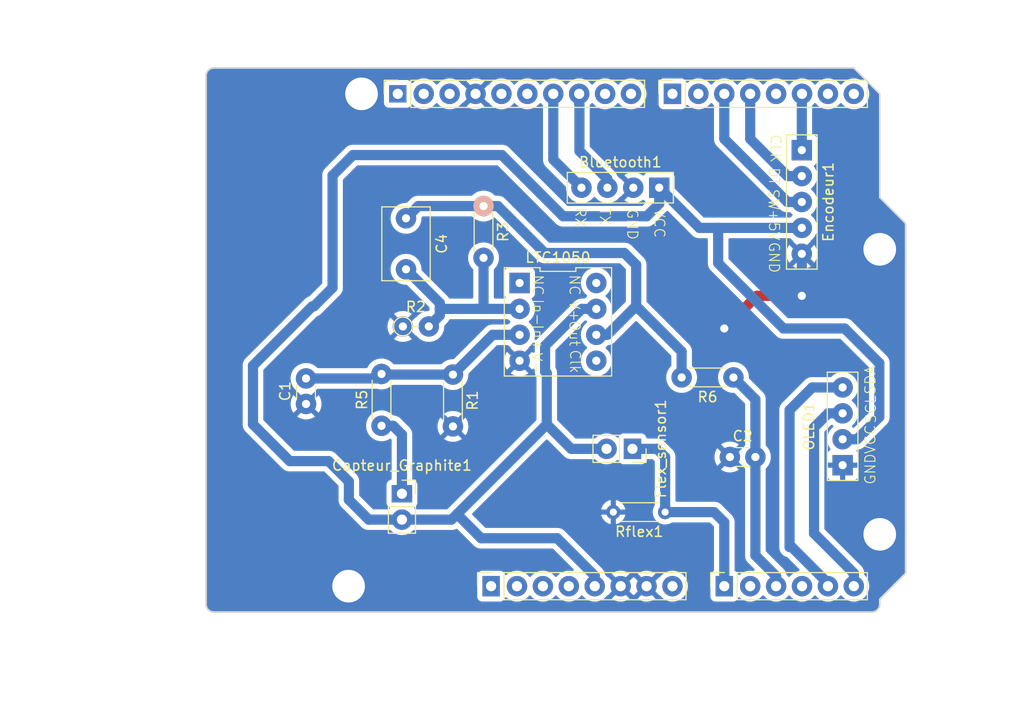
<source format=kicad_pcb>
(kicad_pcb (version 20221018) (generator pcbnew)
  (title_block (date "mar. 31 mars 2015"))
  (layers (0 "F.Cu" signal) (31 "B.Cu" signal) (34 "B.Paste" user) (35 "F.Paste" user) (36 "B.SilkS" user "B.Silkscreen") (37 "F.SilkS" user "F.Silkscreen") (38 "B.Mask" user) (39 "F.Mask" user) (44 "Edge.Cuts" user))
  (net 0 "")
  (net 1 "GND")
  (net 3 "+5V")
  (net 4 "/IOREF")
  (net 5 "/A0")
  (net 6 "/A1")
  (net 7 "/A2")
  (net 8 "/A3")
  (net 9 "/13")
  (net 10 "/12")
  (net 11 "/AREF")
  (net 12 "/8")
  (net 13 "/7")
  (net 14 "/*11")
  (net 15 "/*10")
  (net 16 "/*9")
  (net 17 "/4")
  (net 18 "/2")
  (net 19 "/*6")
  (net 20 "/*5")
  (net 21 "/*3")
  (net 22 "+3V3")
  (net 23 "VCC")
  (net 24 "/~{RESET}")
  (net 25 "/TX{slash}1")
  (net 26 "/RX{slash}0")
  (net 27 "/In+")
  (net 28 "/Out")
  (net 29 "/In-")
  (net 30 "Net-(Capteur_Graphite1-Pad1)")
  (net 31 "/SCL")
  (net 32 "/SDA")
  (net 36 "/A5")
  (net 37 "/A4")
  (footprint "Connector_PinSocket_2.54mm:PinSocket_1x08_P2.54mm_Vertical" (layer "F.Cu") (at 127.94 97.46 90)
    (fp_text reference "J1" hide)
    (fp_text value "Power")
    (fp_line (start -1.33 1.27) (end -1.33 19.11) (stroke (width 0.12)) (layer "F.SilkS"))
    (fp_line (start -1.33 1.27) (end 1.33 1.27) (stroke (width 0.12)) (layer "F.SilkS"))
    (fp_line (start -1.33 19.11) (end 1.33 19.11) (stroke (width 0.12)) (layer "F.SilkS"))
    (fp_line (start 0 -1.33) (end 1.33 -1.33) (stroke (width 0.12)) (layer "F.SilkS"))
    (fp_line (start 1.33 -1.33) (end 1.33 0) (stroke (width 0.12)) (layer "F.SilkS"))
    (fp_line (start 1.33 1.27) (end 1.33 19.11) (stroke (width 0.12)) (layer "F.SilkS"))
    (pad "1" thru_hole rect locked (at 0 0 90) (size 2 1.7) (drill 1) (layers "*.Cu" "*.Mask"))
    (pad "2" thru_hole circle locked (at 0 2.54 90) (size 2 2) (drill 1) (layers "*.Cu" "*.Mask") (net 4 "/IOREF"))
    (pad "3" thru_hole circle locked (at 0 5.08 90) (size 2 2) (drill 1) (layers "*.Cu" "*.Mask") (net 24 "/~{RESET}"))
    (pad "4" thru_hole circle locked (at 0 7.62 90) (size 2 2) (drill 1) (layers "*.Cu" "*.Mask") (net 22 "+3V3"))
    (pad "5" thru_hole circle locked (at 0 10.16 90) (size 2 2) (drill 1) (layers "*.Cu" "*.Mask") (net 3 "+5V"))
    (pad "6" thru_hole circle locked (at 0 12.7 90) (size 2 2) (drill 1) (layers "*.Cu" "*.Mask") (net 1 "GND"))
    (pad "7" thru_hole circle locked (at 0 15.24 90) (size 2 2) (drill 1) (layers "*.Cu" "*.Mask") (net 1 "GND"))
    (pad "8" thru_hole circle locked (at 0 17.78 90) (size 2 2) (drill 1) (layers "*.Cu" "*.Mask") (net 23 "VCC"))
  )
  (footprint "Connector_PinSocket_2.54mm:PinSocket_1x06_P2.54mm_Vertical" (layer "F.Cu") (at 150.8 97.46 90)
    (fp_text reference "J3" hide)
    (fp_text value "Analog")
    (fp_line (start -1.33 1.27) (end -1.33 14.03) (stroke (width 0.12)) (layer "F.SilkS"))
    (fp_line (start -1.33 1.27) (end 1.33 1.27) (stroke (width 0.12)) (layer "F.SilkS"))
    (fp_line (start -1.33 14.03) (end 1.33 14.03) (stroke (width 0.12)) (layer "F.SilkS"))
    (fp_line (start 0 -1.33) (end 1.33 -1.33) (stroke (width 0.12)) (layer "F.SilkS"))
    (fp_line (start 1.33 -1.33) (end 1.33 0) (stroke (width 0.12)) (layer "F.SilkS"))
    (fp_line (start 1.33 1.27) (end 1.33 14.03) (stroke (width 0.12)) (layer "F.SilkS"))
    (pad "1" thru_hole rect locked (at 0 0 90) (size 2 1.7) (drill 1) (layers "*.Cu" "*.Mask") (net 5 "/A0"))
    (pad "2" thru_hole circle locked (at 0 2.54 90) (size 2 2) (drill 1) (layers "*.Cu" "*.Mask") (net 6 "/A1"))
    (pad "3" thru_hole circle locked (at 0 5.08 90) (size 2 2) (drill 1) (layers "*.Cu" "*.Mask") (net 7 "/A2"))
    (pad "4" thru_hole circle locked (at 0 7.62 90) (size 2 2) (drill 1) (layers "*.Cu" "*.Mask") (net 8 "/A3"))
    (pad "5" thru_hole circle locked (at 0 10.16 90) (size 2 2) (drill 1) (layers "*.Cu" "*.Mask") (net 32 "/SDA"))
    (pad "6" thru_hole circle locked (at 0 12.7 90) (size 2 2) (drill 1) (layers "*.Cu" "*.Mask") (net 31 "/SCL"))
  )
  (footprint "Connector_PinSocket_2.54mm:PinSocket_1x10_P2.54mm_Vertical" (layer "F.Cu") (at 118.796 49.2 90)
    (fp_text reference "J2" hide)
    (fp_text value "Digital/PWM")
    (fp_line (start -1.33 1.27) (end -1.33 24.19) (stroke (width 0.12)) (layer "F.SilkS"))
    (fp_line (start -1.33 1.27) (end 1.33 1.27) (stroke (width 0.12)) (layer "F.SilkS"))
    (fp_line (start -1.33 24.19) (end 1.33 24.19) (stroke (width 0.12)) (layer "F.SilkS"))
    (fp_line (start 0 -1.33) (end 1.33 -1.33) (stroke (width 0.12)) (layer "F.SilkS"))
    (fp_line (start 1.33 -1.33) (end 1.33 0) (stroke (width 0.12)) (layer "F.SilkS"))
    (fp_line (start 1.33 1.27) (end 1.33 24.19) (stroke (width 0.12)) (layer "F.SilkS"))
    (pad "1" thru_hole rect locked (at 0 0 90) (size 1.7 1.7) (drill 1) (layers "*.Cu" "*.Mask") (net 36 "/A5"))
    (pad "2" thru_hole circle locked (at 0 2.54 90) (size 2 2) (drill 1) (layers "*.Cu" "*.Mask") (net 37 "/A4"))
    (pad "3" thru_hole circle locked (at 0 5.08 90) (size 2 2) (drill 1) (layers "*.Cu" "*.Mask") (net 11 "/AREF"))
    (pad "4" thru_hole circle locked (at 0 7.62 90) (size 2 2) (drill 1) (layers "*.Cu" "*.Mask") (net 1 "GND"))
    (pad "5" thru_hole circle locked (at 0 10.16 90) (size 2 2) (drill 1) (layers "*.Cu" "*.Mask") (net 9 "/13"))
    (pad "6" thru_hole circle locked (at 0 12.7 90) (size 2 2) (drill 1) (layers "*.Cu" "*.Mask") (net 10 "/12"))
    (pad "7" thru_hole circle locked (at 0 15.24 90) (size 2 2) (drill 1) (layers "*.Cu" "*.Mask") (net 14 "/*11"))
    (pad "8" thru_hole circle locked (at 0 17.78 90) (size 2 2) (drill 1) (layers "*.Cu" "*.Mask") (net 15 "/*10"))
    (pad "9" thru_hole circle locked (at 0 20.32 90) (size 2 2) (drill 1) (layers "*.Cu" "*.Mask") (net 16 "/*9"))
    (pad "10" thru_hole circle locked (at 0 22.86 90) (size 2 2) (drill 1) (layers "*.Cu" "*.Mask") (net 12 "/8"))
  )
  (footprint "Connector_PinSocket_2.54mm:PinSocket_1x08_P2.54mm_Vertical" (layer "F.Cu") (at 145.72 49.2 90)
    (fp_text reference "J4" hide)
    (fp_text value "Digital/PWM")
    (fp_line (start -1.33 1.27) (end -1.33 19.11) (stroke (width 0.12)) (layer "F.SilkS"))
    (fp_line (start -1.33 1.27) (end 1.33 1.27) (stroke (width 0.12)) (layer "F.SilkS"))
    (fp_line (start -1.33 19.11) (end 1.33 19.11) (stroke (width 0.12)) (layer "F.SilkS"))
    (fp_line (start 0 -1.33) (end 1.33 -1.33) (stroke (width 0.12)) (layer "F.SilkS"))
    (fp_line (start 1.33 -1.33) (end 1.33 0) (stroke (width 0.12)) (layer "F.SilkS"))
    (fp_line (start 1.33 1.27) (end 1.33 19.11) (stroke (width 0.12)) (layer "F.SilkS"))
    (pad "1" thru_hole rect locked (at 0 0 90) (size 2 1.7) (drill 1) (layers "*.Cu" "*.Mask") (net 13 "/7"))
    (pad "2" thru_hole circle locked (at 0 2.54 90) (size 2 2) (drill 1) (layers "*.Cu" "*.Mask") (net 19 "/*6"))
    (pad "3" thru_hole circle locked (at 0 5.08 90) (size 2 2) (drill 1) (layers "*.Cu" "*.Mask") (net 20 "/*5"))
    (pad "4" thru_hole circle locked (at 0 7.62 90) (size 2 2) (drill 1) (layers "*.Cu" "*.Mask") (net 17 "/4"))
    (pad "5" thru_hole circle locked (at 0 10.16 90) (size 2 2) (drill 1) (layers "*.Cu" "*.Mask") (net 21 "/*3"))
    (pad "6" thru_hole circle locked (at 0 12.7 90) (size 2 2) (drill 1) (layers "*.Cu" "*.Mask") (net 18 "/2"))
    (pad "7" thru_hole circle locked (at 0 15.24 90) (size 2 2) (drill 1) (layers "*.Cu" "*.Mask") (net 25 "/TX{slash}1"))
    (pad "8" thru_hole circle locked (at 0 17.78 90) (size 2 2) (drill 1) (layers "*.Cu" "*.Mask") (net 26 "/RX{slash}0"))
  )
  (footprint "Resistor_THT:R_Axial_DIN0204_L3.6mm_D1.6mm_P5.08mm_Horizontal" (layer "F.Cu") (at 127.2 60.2 -90)
    (fp_text reference "R3" (at 2.54 -1.92 -90) (layer "F.SilkS"))
    (fp_text value "100k")
    (fp_line (start 0.62 -0.92) (end 4.46 -0.92) (stroke (width 0.12)) (layer "F.SilkS"))
    (fp_line (start 0.62 0.92) (end 4.46 0.92) (stroke (width 0.12)) (layer "F.SilkS"))
    (pad "1" thru_hole circle (at 0 0 270) (size 2 2) (drill 0.8) (layers "*.Cu" "*.Mask" "B.SilkS") (net 28 "/Out"))
    (pad "2" thru_hole circle (at 5.08 0 270) (size 2 2) (drill 0.8) (layers "*.Cu" "*.Mask") (net 29 "/In-"))
  )
  (footprint "Resistor_THT:R_Axial_DIN0204_L3.6mm_D1.6mm_P2.54mm_Vertical" (layer "F.Cu") (at 119.295 72)
    (fp_text reference "R2" (at 1.27 -1.92) (layer "F.SilkS"))
    (fp_text value "1k")
    (fp_line (start 0.92 0) (end 1.54 0) (stroke (width 0.12)) (layer "F.SilkS"))
    (fp_circle (center 0 0) (end 0.92 0) (stroke (width 0.12)) (fill none) (layer "F.SilkS"))
    (pad "1" thru_hole circle (at 0 0) (size 2 2) (drill 0.8) (layers "*.Cu" "*.Mask") (net 1 "GND"))
    (pad "2" thru_hole circle (at 2.54 0) (size 2 2) (drill 0.8) (layers "*.Cu" "*.Mask") (net 29 "/In-"))
  )
  (footprint "Capacitor_THT:C_Disc_D3.0mm_W1.6mm_P2.50mm" (layer "F.Cu") (at 109.8 79.6 90)
    (fp_text reference "C1" (at 1.25 -2.05 90) (layer "F.SilkS"))
    (fp_text value "100n")
    (fp_line (start 0.621 -0.92) (end 1.879 -0.92) (stroke (width 0.12)) (layer "F.SilkS"))
    (fp_line (start 0.621 0.92) (end 1.879 0.92) (stroke (width 0.12)) (layer "F.SilkS"))
    (pad "1" thru_hole circle (at 0 0 90) (size 2 2) (drill 0.8) (layers "*.Cu" "*.Mask") (net 1 "GND"))
    (pad "2" thru_hole circle (at 2.5 0 90) (size 2 2) (drill 0.8) (layers "*.Cu" "*.Mask") (net 27 "/In+"))
  )
  (footprint "Resistor_THT:R_Axial_DIN0204_L3.6mm_D1.6mm_P5.08mm_Horizontal" (layer "F.Cu") (at 145 90.2 180)
    (fp_text reference "Rflex1" (at 2.54 -1.92) (layer "F.SilkS"))
    (fp_text value "47k")
    (fp_line (start 0.62 -0.92) (end 4.46 -0.92) (stroke (width 0.12)) (layer "F.SilkS"))
    (fp_line (start 0.62 0.92) (end 4.46 0.92) (stroke (width 0.12)) (layer "F.SilkS"))
    (pad "1" thru_hole circle (at 0 0 180) (size 1.4 1.4) (drill 0.7) (layers "*.Cu" "*.Mask") (net 5 "/A0"))
    (pad "2" thru_hole oval (at 5.08 0 180) (size 1.4 1.4) (drill 0.7) (layers "*.Cu" "*.Mask") (net 1 "GND"))
  )
  (footprint "Empreinte_Projet_Capteur:LTC1050" (layer "F.Cu") (at 134.494 71.552 -90)
    (fp_text reference "LTC1050" (at -6.31 0) (layer "F.SilkS"))
    (fp_text value "~")
    (fp_text user "Clk" (at 2.65 -1.1 -90 unlocked) (layer "F.SilkS") (effects (font (thickness 0.1)) (justify left bottom)))
    (fp_text user "V-" (at 2.95 2.65 -90 unlocked) (layer "F.SilkS") (effects (font (thickness 0.1)) (justify left bottom)))
    (fp_text user "Out" (at -0.2 -1.05 -90 unlocked) (layer "F.SilkS") (effects (font (thickness 0.1)) (justify left bottom)))
    (fp_text user "In-" (at -2.3 2.55 -90 unlocked) (layer "F.SilkS") (effects (font (thickness 0.1)) (justify left bottom)))
    (fp_text user "V+" (at -2.15 -1.05 -90 unlocked) (layer "F.SilkS") (effects (font (thickness 0.1)) (justify left bottom)))
    (fp_text user "NC" (at -4.7 2.55 -90 unlocked) (layer "F.SilkS") (effects (font (thickness 0.1)) (justify left bottom)))
    (fp_text user "In+" (at 0.2 2.55 -90 unlocked) (layer "F.SilkS") (effects (font (thickness 0.1)) (justify left bottom)))
    (fp_text user "NC" (at -4.7 -1.05 -90 unlocked) (layer "F.SilkS") (effects (font (thickness 0.1)) (justify left bottom)))
    (fp_line (start -5.31 -5.26) (end -5.31 -1.753333) (stroke (width 0.12)) (layer "F.SilkS"))
    (fp_line (start -5.31 -1.753333) (end -4.95 -1.753333) (stroke (width 0.12)) (layer "F.SilkS"))
    (fp_line (start -5.31 1.753333) (end -5.31 5.26) (stroke (width 0.12)) (layer "F.SilkS"))
    (fp_line (start -5.31 5.26) (end 5.31 5.26) (stroke (width 0.12)) (layer "F.SilkS"))
    (fp_line (start -4.95 -1.753333) (end -4.95 1.753333) (stroke (width 0.12)) (layer "F.SilkS"))
    (fp_line (start -4.95 1.753333) (end -5.31 1.753333) (stroke (width 0.12)) (layer "F.SilkS"))
    (fp_line (start 5.31 -5.26) (end -5.31 -5.26) (stroke (width 0.12)) (layer "F.SilkS"))
    (fp_line (start 5.31 5.26) (end 5.31 -5.26) (stroke (width 0.12)) (layer "F.SilkS"))
    (pad "1" thru_hole rect (at -3.81 3.76 270) (size 2 2) (drill 0.8) (layers "*.Cu" "*.Mask"))
    (pad "2" thru_hole circle (at -1.27 3.76 270) (size 2 2) (drill 0.8) (layers "*.Cu" "*.Mask") (net 29 "/In-"))
    (pad "3" thru_hole circle (at 1.27 3.76 270) (size 2 2) (drill 0.8) (layers "*.Cu" "*.Mask") (net 27 "/In+"))
    (pad "4" thru_hole circle (at 3.81 3.76 270) (size 2 2) (drill 0.8) (layers "*.Cu" "*.Mask") (net 1 "GND"))
    (pad "5" thru_hole circle (at 3.81 -3.76 270) (size 2 2) (drill 0.8) (layers "*.Cu" "*.Mask"))
    (pad "6" thru_hole circle (at 1.27 -3.76 270) (size 2 2) (drill 0.8) (layers "*.Cu" "*.Mask") (net 28 "/Out"))
    (pad "7" thru_hole circle (at -1.27 -3.76 270) (size 2 2) (drill 0.8) (layers "*.Cu" "*.Mask") (net 3 "+5V"))
    (pad "8" thru_hole circle (at -3.81 -3.76 270) (size 2 2) (drill 0.8) (layers "*.Cu" "*.Mask"))
  )
  (footprint "Empreinte_Projet_Capteur:Encodeur" (layer "F.Cu") (at 158.4 59.8 -90)
    (fp_text reference "Encodeur1" (at 0 -2.6 90) (layer "F.SilkS"))
    (fp_text value "~")
    (fp_text user "SW" (at -1.35 3.35 -90 unlocked) (layer "F.SilkS") (effects (font (thickness 0.1)) (justify left bottom)))
    (fp_text user "CLK" (at -6.7 3.15 -90 unlocked) (layer "F.SilkS") (effects (font (thickness 0.1)) (justify left bottom)))
    (fp_text user "DT" (at -3.45 3.3 -90 unlocked) (layer "F.SilkS") (effects (font (thickness 0.1)) (justify left bottom)))
    (fp_text user "+5V" (at 0.65 3.3 -90 unlocked) (layer "F.SilkS") (effects (font (thickness 0.1)) (justify left bottom)))
    (fp_text user "GND" (at 3.85 3.3 -90 unlocked) (layer "F.SilkS") (effects (font (thickness 0.1)) (justify left bottom)))
    (fp_line (start -6.58 -1.5) (end 6.58 -1.5) (stroke (width 0.12)) (layer "F.SilkS"))
    (fp_line (start -6.58 1.5) (end -6.58 -1.5) (stroke (width 0.12)) (layer "F.SilkS"))
    (fp_line (start 6.58 -1.5) (end 6.58 1.5) (stroke (width 0.12)) (layer "F.SilkS"))
    (fp_line (start 6.58 1.5) (end -6.58 1.5) (stroke (width 0.12)) (layer "F.SilkS"))
    (pad "1" thru_hole rect (at -5.08 0 270) (size 2 2) (drill 0.8) (layers "*.Cu" "*.Mask") (net 18 "/2"))
    (pad "2" thru_hole circle (at -2.54 0 270) (size 2 2) (drill 0.8) (layers "*.Cu" "*.Mask") (net 17 "/4"))
    (pad "3" thru_hole circle (at 0 0 270) (size 2 2) (drill 0.8) (layers "*.Cu" "*.Mask") (net 20 "/*5"))
    (pad "4" thru_hole circle (at 2.54 0 270) (size 2 2) (drill 0.8) (layers "*.Cu" "*.Mask") (net 3 "+5V"))
    (pad "5" thru_hole circle (at 5.08 0 270) (size 2 2) (drill 0.8) (layers "*.Cu" "*.Mask") (net 1 "GND"))
  )
  (footprint "Arduino_MountingHole:MountingHole_3.2mm" (layer "F.Cu") (at 115.24 49.2)
    (fp_text reference "MH1" hide)
    (fp_text value "MountingHole_3.2mm" hide)
    (pad "" np_thru_hole circle locked (at 0 0) (size 3.2 3.2) (drill 3.2) (layers "*.Cu" "*.Mask"))
  )
  (footprint "Connector_PinSocket_2.54mm:PinSocket_1x02_P2.54mm_Vertical" (layer "F.Cu") (at 141.8 84 -90)
    (fp_text reference "Flex_sensor1" (at 0 -2.77 90) (layer "F.SilkS"))
    (fp_text value "R")
    (fp_line (start -1.33 1.27) (end -1.33 3.87) (stroke (width 0.12)) (layer "F.SilkS"))
    (fp_line (start -1.33 1.27) (end 1.33 1.27) (stroke (width 0.12)) (layer "F.SilkS"))
    (fp_line (start -1.33 3.87) (end 1.33 3.87) (stroke (width 0.12)) (layer "F.SilkS"))
    (fp_line (start 0 -1.33) (end 1.33 -1.33) (stroke (width 0.12)) (layer "F.SilkS"))
    (fp_line (start 1.33 -1.33) (end 1.33 0) (stroke (width 0.12)) (layer "F.SilkS"))
    (fp_line (start 1.33 1.27) (end 1.33 3.87) (stroke (width 0.12)) (layer "F.SilkS"))
    (pad "1" thru_hole rect (at 0 0 270) (size 2 1.7) (drill 1) (layers "*.Cu" "*.Mask") (net 5 "/A0"))
    (pad "2" thru_hole circle (at 0 2.54 270) (size 2 2) (drill 1) (layers "*.Cu" "*.Mask") (net 3 "+5V"))
  )
  (footprint "Empreinte_Projet_Capteur:OLED" (layer "F.Cu") (at 162.4 81.79 90)
    (fp_text reference "OLED1" (at 0 -3.302 90) (layer "F.SilkS"))
    (fp_text value "~")
    (fp_text user "VCC" (at -2.778 3.3 90 unlocked) (layer "F.SilkS") (effects (font (thickness 0.1)) (justify left bottom)))
    (fp_text user "SDA" (at 3.05 3.3 90 unlocked) (layer "F.SilkS") (effects (font (thickness 0.1)) (justify left bottom)))
    (fp_text user "GND" (at -5.778 3.3 90 unlocked) (layer "F.SilkS") (effects (font (thickness 0.1)) (justify left bottom)))
    (fp_text user "SCL" (at 0.2 3.35 90 unlocked) (layer "F.SilkS") (effects (font (thickness 0.1)) (justify left bottom)))
    (fp_line (start -5.31 -1.5) (end 5.31 -1.5) (stroke (width 0.12)) (layer "F.SilkS"))
    (fp_line (start -5.31 1.5) (end -5.31 -1.5) (stroke (width 0.12)) (layer "F.SilkS"))
    (fp_line (start 5.31 -1.5) (end 5.31 1.5) (stroke (width 0.12)) (layer "F.SilkS"))
    (fp_line (start 5.31 1.5) (end -5.31 1.5) (stroke (width 0.12)) (layer "F.SilkS"))
    (pad "1" thru_hole rect (at -3.81 0 90) (size 2 2) (drill 0.8) (layers "*.Cu" "*.Mask") (net 1 "GND"))
    (pad "2" thru_hole circle (at -1.27 0 90) (size 2 2) (drill 0.8) (layers "*.Cu" "*.Mask") (net 3 "+5V"))
    (pad "3" thru_hole circle (at 1.27 0 90) (size 2 2) (drill 0.8) (layers "*.Cu" "*.Mask") (net 31 "/SCL"))
    (pad "4" thru_hole circle (at 3.81 0 90) (size 2 2) (drill 0.8) (layers "*.Cu" "*.Mask") (net 32 "/SDA"))
  )
  (footprint "Resistor_THT:R_Axial_DIN0204_L3.6mm_D1.6mm_P5.08mm_Horizontal" (layer "F.Cu") (at 151.7 77 180)
    (fp_text reference "R6" (at 2.54 -1.92 180) (layer "F.SilkS"))
    (fp_text value "100k")
    (fp_line (start 0.62 -0.92) (end 4.46 -0.92) (stroke (width 0.12)) (layer "F.SilkS"))
    (fp_line (start 0.62 0.92) (end 4.46 0.92) (stroke (width 0.12)) (layer "F.SilkS"))
    (pad "1" thru_hole circle (at 0 0 180) (size 2 2) (drill 0.8) (layers "*.Cu" "*.Mask") (net 7 "/A2"))
    (pad "2" thru_hole circle (at 5.08 0 180) (size 2 2) (drill 0.8) (layers "*.Cu" "*.Mask") (net 28 "/Out"))
  )
  (footprint "Resistor_THT:R_Axial_DIN0204_L3.6mm_D1.6mm_P5.08mm_Horizontal" (layer "F.Cu") (at 124.2 76.72 -90)
    (fp_text reference "R1" (at 2.54 -1.92 -90) (layer "F.SilkS"))
    (fp_text value "100k")
    (fp_line (start 0.62 -0.92) (end 4.46 -0.92) (stroke (width 0.12)) (layer "F.SilkS"))
    (fp_line (start 0.62 0.92) (end 4.46 0.92) (stroke (width 0.12)) (layer "F.SilkS"))
    (pad "1" thru_hole circle (at 0 0 270) (size 2 2) (drill 0.8) (layers "*.Cu" "*.Mask") (net 27 "/In+"))
    (pad "2" thru_hole circle (at 5.08 0 270) (size 2 2) (drill 0.8) (layers "*.Cu" "*.Mask") (net 1 "GND"))
  )
  (footprint "Resistor_THT:R_Axial_DIN0204_L3.6mm_D1.6mm_P5.08mm_Horizontal" (layer "F.Cu") (at 117.2 81.74 90)
    (fp_text reference "R5" (at 2.54 -1.92 90) (layer "F.SilkS"))
    (fp_text value "10k")
    (fp_line (start 0.62 -0.92) (end 4.46 -0.92) (stroke (width 0.12)) (layer "F.SilkS"))
    (fp_line (start 0.62 0.92) (end 4.46 0.92) (stroke (width 0.12)) (layer "F.SilkS"))
    (pad "1" thru_hole circle (at 0 0 90) (size 2 2) (drill 0.8) (layers "*.Cu" "*.Mask") (net 30 "Net-(Capteur_Graphite1-Pad1)"))
    (pad "2" thru_hole circle (at 5.08 0 90) (size 2 2) (drill 0.8) (layers "*.Cu" "*.Mask") (net 27 "/In+"))
  )
  (footprint "Capacitor_THT:C_Rect_L7.0mm_W4.5mm_P5.00mm" (layer "F.Cu") (at 119.6 61.4 -90)
    (fp_text reference "C4" (at 2.5 -3.5 -90) (layer "F.SilkS"))
    (fp_text value "1u")
    (fp_line (start -1.12 -2.37) (end -1.12 2.37) (stroke (width 0.12)) (layer "F.SilkS"))
    (fp_line (start -1.12 -2.37) (end 6.12 -2.37) (stroke (width 0.12)) (layer "F.SilkS"))
    (fp_line (start -1.12 2.37) (end 6.12 2.37) (stroke (width 0.12)) (layer "F.SilkS"))
    (fp_line (start 6.12 -2.37) (end 6.12 2.37) (stroke (width 0.12)) (layer "F.SilkS"))
    (pad "1" thru_hole circle (at 0 0 270) (size 2 2) (drill 0.8) (layers "*.Cu" "*.Mask") (net 28 "/Out"))
    (pad "2" thru_hole circle (at 5 0 270) (size 2 2) (drill 0.8) (layers "*.Cu" "*.Mask") (net 29 "/In-"))
  )
  (footprint "Arduino_MountingHole:MountingHole_3.2mm" (layer "F.Cu") (at 113.97 97.46)
    (fp_text reference "MH2" hide)
    (fp_text value "MountingHole_3.2mm" hide)
    (pad "" np_thru_hole circle locked (at 0 0) (size 3.2 3.2) (drill 3.2) (layers "*.Cu" "*.Mask"))
  )
  (footprint "Arduino_MountingHole:MountingHole_3.2mm" (layer "F.Cu") (at 166.04 64.44)
    (fp_text reference "MH3" hide)
    (fp_text value "MountingHole_3.2mm" hide)
    (pad "" np_thru_hole circle locked (at 0 0) (size 3.2 3.2) (drill 3.2) (layers "*.Cu" "*.Mask"))
  )
  (footprint "Arduino_MountingHole:MountingHole_3.2mm" (layer "F.Cu") (at 166.04 92.38)
    (fp_text reference "MH4" hide)
    (fp_text value "MountingHole_3.2mm" hide)
    (pad "" np_thru_hole circle locked (at 0 0) (size 3.2 3.2) (drill 3.2) (layers "*.Cu" "*.Mask"))
  )
  (footprint "Connector_PinSocket_2.54mm:PinSocket_1x02_P2.54mm_Vertical" (layer "F.Cu") (at 119.2 88.4)
    (fp_text reference "Capteur_Graphite1" (at 0 -2.77) (layer "F.SilkS"))
    (fp_text value "R")
    (fp_line (start -1.33 1.27) (end -1.33 3.87) (stroke (width 0.12)) (layer "F.SilkS"))
    (fp_line (start -1.33 1.27) (end 1.33 1.27) (stroke (width 0.12)) (layer "F.SilkS"))
    (fp_line (start -1.33 3.87) (end 1.33 3.87) (stroke (width 0.12)) (layer "F.SilkS"))
    (fp_line (start 0 -1.33) (end 1.33 -1.33) (stroke (width 0.12)) (layer "F.SilkS"))
    (fp_line (start 1.33 -1.33) (end 1.33 0) (stroke (width 0.12)) (layer "F.SilkS"))
    (fp_line (start 1.33 1.27) (end 1.33 3.87) (stroke (width 0.12)) (layer "F.SilkS"))
    (pad "1" thru_hole rect (at 0 0) (size 2 1.7) (drill 1) (layers "*.Cu" "*.Mask") (net 30 "Net-(Capteur_Graphite1-Pad1)"))
    (pad "2" thru_hole circle (at 0 2.54) (size 2 2) (drill 1) (layers "*.Cu" "*.Mask") (net 3 "+5V"))
  )
  (footprint "Capacitor_THT:C_Disc_D3.0mm_W1.6mm_P2.50mm" (layer "F.Cu") (at 151.35 84.8)
    (fp_text reference "C2" (at 1.25 -2.05) (layer "F.SilkS"))
    (fp_text value "100n")
    (fp_line (start 0.621 -0.92) (end 1.879 -0.92) (stroke (width 0.12)) (layer "F.SilkS"))
    (fp_line (start 0.621 0.92) (end 1.879 0.92) (stroke (width 0.12)) (layer "F.SilkS"))
    (pad "1" thru_hole circle (at 0 0) (size 2 2) (drill 0.8) (layers "*.Cu" "*.Mask") (net 1 "GND"))
    (pad "2" thru_hole circle (at 2.5 0) (size 2 2) (drill 0.8) (layers "*.Cu" "*.Mask") (net 7 "/A2"))
  )
  (footprint "Empreinte_Projet_Capteur:Bluetooth" (layer "F.Cu") (at 140.61 58.4 180)
    (fp_text reference "Bluetooth1" (at 0 2.5) (layer "F.SilkS"))
    (fp_text value "~" hide)
    (fp_text user "RX" (at 4.5 -1.85 270 unlocked) (layer "F.SilkS") (effects (font (thickness 0.1)) (justify left bottom)))
    (fp_text user "TX" (at 2.1 -1.9 270 unlocked) (layer "F.SilkS") (effects (font (thickness 0.1)) (justify left bottom)))
    (fp_text user "VCC" (at -3.25 -2 270 unlocked) (layer "F.SilkS") (effects (font (thickness 0.1)) (justify left bottom)))
    (fp_text user "GND" (at -0.6 -2 270 unlocked) (layer "F.SilkS") (effects (font (thickness 0.1)) (justify left bottom)))
    (fp_line (start -5.2 -1.5) (end 5.2 -1.5) (stroke (width 0.12)) (layer "F.SilkS"))
    (fp_line (start -5.2 1.5) (end -5.2 -1.5) (stroke (width 0.12)) (layer "F.SilkS"))
    (fp_line (start 5.2 -1.5) (end 5.2 1.5) (stroke (width 0.12)) (layer "F.SilkS"))
    (fp_line (start 5.2 1.5) (end -5.2 1.5) (stroke (width 0.12)) (layer "F.SilkS"))
    (pad "1" thru_hole rect (at -3.81 0 180) (size 2 2) (drill 0.8) (layers "*.Cu" "*.Mask") (net 3 "+5V"))
    (pad "2" thru_hole circle (at -1.27 0 180) (size 2 2) (drill 0.8) (layers "*.Cu" "*.Mask") (net 1 "GND"))
    (pad "3" thru_hole circle (at 1.27 0 180) (size 2 2) (drill 0.8) (layers "*.Cu" "*.Mask") (net 15 "/*10"))
    (pad "4" thru_hole circle (at 3.81 0 180) (size 2 2) (drill 0.8) (layers "*.Cu" "*.Mask") (net 14 "/*11"))
  )
  (gr_line (start 166.04 59.36) (end 168.58 61.9) (stroke (width 0.15)) (layer "Edge.Cuts"))
  (gr_line (start 100 99.238) (end 100 47.422) (stroke (width 0.15)) (layer "Edge.Cuts"))
  (gr_line (start 168.58 61.9) (end 168.58 96.19) (stroke (width 0.15)) (layer "Edge.Cuts"))
  (gr_line (start 165.278 100) (end 100.762 100) (stroke (width 0.15)) (layer "Edge.Cuts"))
  (gr_line (start 100.762 46.66) (end 163.5 46.66) (stroke (width 0.15)) (layer "Edge.Cuts"))
  (gr_arc (start 100.762 100) (mid 100.223185 99.776815) (end 100 99.238) (stroke (width 0.15)) (layer "Edge.Cuts"))
  (gr_line (start 168.58 96.19) (end 166.04 98.73) (stroke (width 0.15)) (layer "Edge.Cuts"))
  (gr_line (start 163.5 46.66) (end 166.04 49.2) (stroke (width 0.15)) (layer "Edge.Cuts"))
  (gr_arc (start 166.04 99.238) (mid 165.816815 99.776815) (end 165.278 100) (stroke (width 0.15)) (layer "Edge.Cuts"))
  (gr_line (start 166.04 49.2) (end 166.04 59.36) (stroke (width 0.15)) (layer "Edge.Cuts"))
  (gr_line (start 166.04 98.73) (end 166.04 99.238) (stroke (width 0.15)) (layer "Edge.Cuts"))
  (gr_arc (start 100 47.422) (mid 100.223185 46.883185) (end 100.762 46.66) (stroke (width 0.15)) (layer "Edge.Cuts"))
  (segment (start 150.8 72.2) (end 154 69) (width 1) (layer "F.Cu") (net 1))
  (segment (start 154 69) (end 158.4 69) (width 1) (layer "F.Cu") (net 1))
  (via (at 158.4 69) (size 2) (drill 0.8) (layers "F.Cu" "B.Cu") (net 1))
  (via (at 150.8 72.2) (size 2) (drill 0.8) (layers "F.Cu" "B.Cu") (net 1))
  (segment (start 158.4 64.88) (end 158.4 69) (width 1) (layer "B.Cu") (net 1))
  (segment (start 133.234 73.887787) (end 133.234 76.418) (width 1) (layer "B.Cu") (net 3))
  (segment (start 156.6 72.2) (end 150.2 65.8) (width 1) (layer "B.Cu") (net 3))
  (segment (start 158.4 62.34) (end 150.2 62.34) (width 1) (layer "B.Cu") (net 3))
  (segment (start 166 75.6) (end 162.6 72.2) (width 1) (layer "B.Cu") (net 3))
  (segment (start 114.4 55.2) (end 129 55.2) (width 1) (layer "B.Cu") (net 3))
  (segment (start 163.814213 83.06) (end 166 80.874213) (width 1) (layer "B.Cu") (net 3))
  (segment (start 104.6 75.842) (end 110.414 70.028) (width 1) (layer "B.Cu") (net 3))
  (segment (start 115.94 90.94) (end 114 89) (width 1) (layer "B.Cu") (net 3))
  (segment (start 150.2 65.8) (end 150.2 62.34) (width 1) (layer "B.Cu") (net 3))
  (segment (start 138.1 96.444) (end 138.1 97.46) (width 1) (layer "B.Cu") (net 3))
  (segment (start 138.1 96.444) (end 134.417 92.761) (width 1) (layer "B.Cu") (net 3))
  (segment (start 138.254 70.282) (end 136.839787 70.282) (width 1) (layer "B.Cu") (net 3))
  (segment (start 112 85.2) (end 108.2 85.2) (width 1) (layer "B.Cu") (net 3))
  (segment (start 112.4 57.2) (end 114.4 55.2) (width 1) (layer "B.Cu") (net 3))
  (segment (start 143.2 61.2) (end 144.42 59.98) (width 1) (layer "B.Cu") (net 3))
  (segment (start 114 87.2) (end 112 85.2) (width 1) (layer "B.Cu") (net 3))
  (segment (start 162.6 72.2) (end 156.6 72.2) (width 1) (layer "B.Cu") (net 3))
  (segment (start 126.961 92.761) (end 124.6 90.4) (width 1) (layer "B.Cu") (net 3))
  (segment (start 114 89) (end 114 87.2) (width 1) (layer "B.Cu") (net 3))
  (segment (start 144.42 59.98) (end 144.42 58.4) (width 1) (layer "B.Cu") (net 3))
  (segment (start 150.2 62.34) (end 148.36 62.34) (width 1) (layer "B.Cu") (net 3))
  (segment (start 135.8 84) (end 139.26 84) (width 1) (layer "B.Cu") (net 3))
  (segment (start 135.8 84) (end 133.4 81.6) (width 1) (layer "B.Cu") (net 3))
  (segment (start 112.4 68.2) (end 112.4 57.2) (width 1) (layer "B.Cu") (net 3))
  (segment (start 119.2 90.94) (end 124.06 90.94) (width 1) (layer "B.Cu") (net 3))
  (segment (start 133.4 76.584) (end 133.234 76.418) (width 1) (layer "B.Cu") (net 3))
  (segment (start 104.6 81.6) (end 104.6 75.842) (width 1) (layer "B.Cu") (net 3))
  (segment (start 124.6 90.4) (end 127.4 87.6) (width 1) (layer "B.Cu") (net 3))
  (segment (start 108.2 85.2) (end 104.6 81.6) (width 1) (layer "B.Cu") (net 3))
  (segment (start 136.839787 70.282) (end 133.234 73.887787) (width 1) (layer "B.Cu") (net 3))
  (segment (start 148.36 62.34) (end 144.42 58.4) (width 1) (layer "B.Cu") (net 3))
  (segment (start 166 80.874213) (end 166 75.6) (width 1) (layer "B.Cu") (net 3))
  (segment (start 119.2 90.94) (end 115.94 90.94) (width 1) (layer "B.Cu") (net 3))
  (segment (start 124.06 90.94) (end 124.6 90.4) (width 1) (layer "B.Cu") (net 3))
  (segment (start 110.414 70.028) (end 110.572 70.028) (width 1) (layer "B.Cu") (net 3))
  (segment (start 129 55.2) (end 135 61.2) (width 1) (layer "B.Cu") (net 3))
  (segment (start 127.4 87.6) (end 133.4 81.6) (width 1) (layer "B.Cu") (net 3))
  (segment (start 134.417 92.761) (end 126.961 92.761) (width 1) (layer "B.Cu") (net 3))
  (segment (start 133.4 81.6) (end 133.4 76.584) (width 1) (layer "B.Cu") (net 3))
  (segment (start 110.572 70.028) (end 112.4 68.2) (width 1) (layer "B.Cu") (net 3))
  (segment (start 162.4 83.06) (end 163.814213 83.06) (width 1) (layer "B.Cu") (net 3))
  (segment (start 135 61.2) (end 143.2 61.2) (width 1) (layer "B.Cu") (net 3))
  (segment (start 141.8 84) (end 144.2 84) (width 1) (layer "B.Cu") (net 5))
  (segment (start 144.2 84) (end 145 84.8) (width 1) (layer "B.Cu") (net 5))
  (segment (start 145 90.2) (end 149.8 90.2) (width 1) (layer "B.Cu") (net 5))
  (segment (start 149.8 90.2) (end 150.8 91.2) (width 1) (layer "B.Cu") (net 5))
  (segment (start 145 84.8) (end 145 90.2) (width 1) (layer "B.Cu") (net 5))
  (segment (start 150.8 91.2) (end 150.8 97.46) (width 1) (layer "B.Cu") (net 5))
  (segment (start 153.85 84.8) (end 153.85 94.45) (width 1) (layer "B.Cu") (net 7))
  (segment (start 153.85 79.15) (end 151.7 77) (width 1) (layer "B.Cu") (net 7))
  (segment (start 155.88 96.48) (end 155.88 97.46) (width 1) (layer "B.Cu") (net 7))
  (segment (start 155.86 97.44) (end 155.88 97.46) (width 1) (layer "B.Cu") (net 7))
  (segment (start 153.85 79.15) (end 153.85 84.8) (width 1) (layer "B.Cu") (net 7))
  (segment (start 153.85 94.45) (end 155.88 96.48) (width 1) (layer "B.Cu") (net 7))
  (segment (start 134.036 55.636) (end 134.036 49.2) (width 1) (layer "B.Cu") (net 14))
  (segment (start 136.8 58.4) (end 134.036 55.636) (width 1) (layer "B.Cu") (net 14))
  (segment (start 136.6 54.8) (end 136.6 50.2) (width 1) (layer "B.Cu") (net 15))
  (segment (start 136.6 50.2) (end 136.576 50.176) (width 1) (layer "B.Cu") (net 15))
  (segment (start 136.576 50.176) (end 136.576 49.2) (width 1) (layer "B.Cu") (net 15))
  (segment (start 139.34 58.4) (end 139.34 57.54) (width 1) (layer "B.Cu") (net 15))
  (segment (start 139.34 57.54) (end 136.6 54.8) (width 1) (layer "B.Cu") (net 15))
  (segment (start 156.985787 57.26) (end 153.34 53.614213) (width 1) (layer "B.Cu") (net 17))
  (segment (start 158.4 57.26) (end 156.985787 57.26) (width 1) (layer "B.Cu") (net 17))
  (segment (start 153.34 53.614213) (end 153.34 49.2) (width 1) (layer "B.Cu") (net 17))
  (segment (start 158.4 54.72) (end 158.4 49.22) (width 1) (layer "B.Cu") (net 18))
  (segment (start 158.4 49.22) (end 158.42 49.2) (width 1) (layer "B.Cu") (net 18))
  (segment (start 156.985787 59.8) (end 150.8 53.614213) (width 1) (layer "B.Cu") (net 20))
  (segment (start 158.4 59.8) (end 156.985787 59.8) (width 1) (layer "B.Cu") (net 20))
  (segment (start 150.8 53.614213) (end 150.8 49.2) (width 1) (layer "B.Cu") (net 20))
  (segment (start 117.26 76.72) (end 117.2 76.66) (width 1) (layer "B.Cu") (net 27))
  (segment (start 116.76 77.1) (end 117.2 76.66) (width 1) (layer "B.Cu") (net 27))
  (segment (start 124.14 76.66) (end 124.2 76.72) (width 1) (layer "B.Cu") (net 27))
  (segment (start 124.2 76.72) (end 117.26 76.72) (width 1) (layer "B.Cu") (net 27))
  (segment (start 124.2 76.72) (end 128.098 72.822) (width 1) (layer "B.Cu") (net 27))
  (segment (start 109.8 77.1) (end 116.76 77.1) (width 1) (layer "B.Cu") (net 27))
  (segment (start 128.098 72.822) (end 130.734 72.822) (width 1) (layer "B.Cu") (net 27))
  (segment (start 127.2 60.2) (end 120.8 60.2) (width 1) (layer "B.Cu") (net 28))
  (segment (start 133.2 64.8) (end 128.6 60.2) (width 1) (layer "B.Cu") (net 28))
  (segment (start 141 64.8) (end 142.164 65.964) (width 1) (layer "B.Cu") (net 28))
  (segment (start 141.889767 70.261767) (end 139.329534 72.822) (width 1) (layer "B.Cu") (net 28))
  (segment (start 120.8 60.2) (end 119.6 61.4) (width 1) (layer "B.Cu") (net 28))
  (segment (start 146.62 74.46) (end 142.421767 70.261767) (width 1) (layer "B.Cu") (net 28))
  (segment (start 128.6 60.2) (end 127.2 60.2) (width 1) (layer "B.Cu") (net 28))
  (segment (start 142.164 69.987534) (end 142.164 65.964) (width 1) (layer "B.Cu") (net 28))
  (segment (start 141.889767 70.261767) (end 142.421767 70.261767) (width 1) (layer "B.Cu") (net 28))
  (segment (start 133.2 64.8) (end 141 64.8) (width 1) (layer "B.Cu") (net 28))
  (segment (start 146.62 77) (end 146.62 74.46) (width 1) (layer "B.Cu") (net 28))
  (segment (start 141.889767 70.261767) (end 142.164 69.987534) (width 1) (layer "B.Cu") (net 28))
  (segment (start 139.329534 72.822) (end 138.254 72.822) (width 1) (layer "B.Cu") (net 28))
  (segment (start 121.835 72) (end 122.913 70.922) (width 1) (layer "B.Cu") (net 29))
  (segment (start 126.6 70.282) (end 127.4 70.282) (width 1) (layer "B.Cu") (net 29))
  (segment (start 127.2 70.082) (end 127.4 70.282) (width 1) (layer "B.Cu") (net 29))
  (segment (start 119.6 66.4) (end 122.913 69.713) (width 1) (layer "B.Cu") (net 29))
  (segment (start 127.2 65.28) (end 127.2 70.082) (width 1) (layer "B.Cu") (net 29))
  (segment (start 127.4 70.282) (end 130.734 70.282) (width 1) (layer "B.Cu") (net 29))
  (segment (start 122.913 69.713) (end 122.913 70.282) (width 1) (layer "B.Cu") (net 29))
  (segment (start 122.913 70.922) (end 122.913 70.282) (width 1) (layer "B.Cu") (net 29))
  (segment (start 122.913 70.282) (end 126.6 70.282) (width 1) (layer "B.Cu") (net 29))
  (segment (start 118.34 81.74) (end 119.2 82.6) (width 1) (layer "B.Cu") (net 30))
  (segment (start 117.2 81.74) (end 118.34 81.74) (width 1) (layer "B.Cu") (net 30))
  (segment (start 119.2 82.6) (end 119.2 88.4) (width 1) (layer "B.Cu") (net 30))
  (segment (start 163.5 96.19) (end 163.5 97.46) (width 1) (layer "B.Cu") (net 31))
  (segment (start 160.985787 80.52) (end 159.6 81.905787) (width 1) (layer "B.Cu") (net 31))
  (segment (start 162.4 80.52) (end 160.985787 80.52) (width 1) (layer "B.Cu") (net 31))
  (segment (start 159.6 81.905787) (end 159.6 92.29) (width 1) (layer "B.Cu") (net 31))
  (segment (start 159.6 92.29) (end 163.5 96.19) (width 1) (layer "B.Cu") (net 31))
  (segment (start 157.2 93.623704) (end 157.412132 93.623704) (width 1) (layer "B.Cu") (net 32))
  (segment (start 159.42 77.98) (end 157.2 80.2) (width 1) (layer "B.Cu") (net 32))
  (segment (start 162.4 77.98) (end 159.42 77.98) (width 1) (layer "B.Cu") (net 32))
  (segment (start 157.2 80.2) (end 157.2 93.623704) (width 1) (layer "B.Cu") (net 32))
  (segment (start 157.412132 93.623704) (end 160.96 97.171572) (width 1) (layer "B.Cu") (net 32))
  (segment (start 160.96 97.171572) (end 160.96 97.46) (width 1) (layer "B.Cu") (net 32))
  (zone (net 1) (net_name "GND") (layer "B.Cu") (connect_pads (clearance 0.508)) (min_thickness 0.254) (fill yes (thermal_gap 0.508) (thermal_bridge_width 0.508))
    (polygon (pts (xy 80 40.2) (xy 180 40) (xy 180.2 110.4) (xy 79.8 108.4)))
  )
)
</source>
